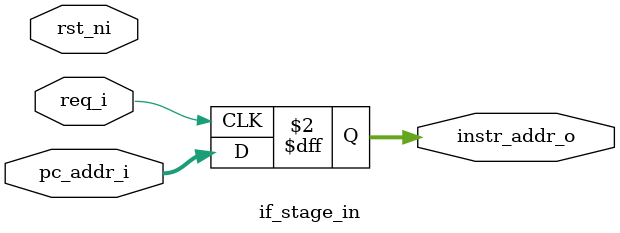
<source format=sv>


module if_stage_in(
	//control signal
	input  logic        req_i,
	input  logic		rst_ni,

	//interface ext / fetch
	//input  logic [31:0] boot_addr_i,
	//input  logic        pc_set_i,
	input  logic [31:0] pc_addr_i, //On part du principe que le PC est caluculé autre part
	

	//interface fetch / MEM
	output logic [31:0] instr_addr_o
);

always_ff @(posedge(req_i)) begin
	instr_addr_o <= pc_addr_i;
end

endmodule

</source>
